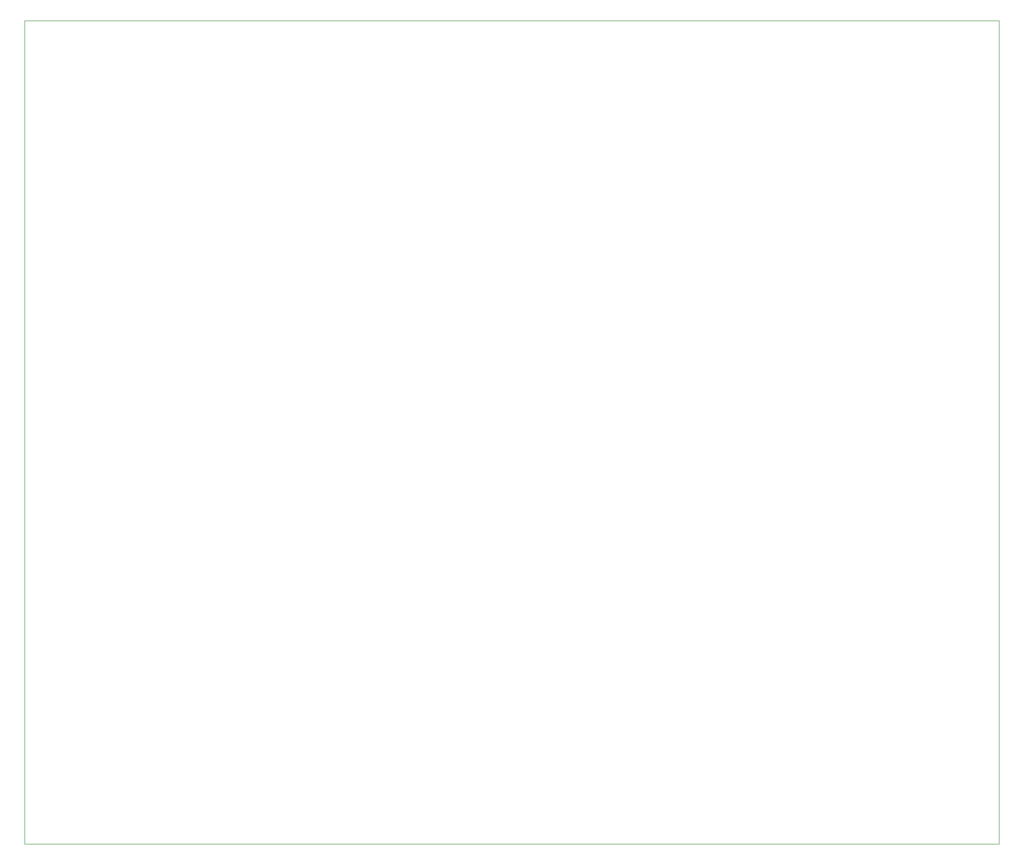
<source format=gbr>
%TF.GenerationSoftware,KiCad,Pcbnew,6.0.2+dfsg-1*%
%TF.CreationDate,2025-02-18T10:21:27-03:00*%
%TF.ProjectId,modulo_remoteapi_v1_1,6d6f6475-6c6f-45f7-9265-6d6f74656170,rev?*%
%TF.SameCoordinates,Original*%
%TF.FileFunction,Profile,NP*%
%FSLAX46Y46*%
G04 Gerber Fmt 4.6, Leading zero omitted, Abs format (unit mm)*
G04 Created by KiCad (PCBNEW 6.0.2+dfsg-1) date 2025-02-18 10:21:27*
%MOMM*%
%LPD*%
G01*
G04 APERTURE LIST*
%TA.AperFunction,Profile*%
%ADD10C,0.100000*%
%TD*%
G04 APERTURE END LIST*
D10*
X-156000000Y-160000000D02*
X-324000000Y-160000000D01*
X-324000000Y-160000000D02*
X-324000000Y-18000000D01*
X-324000000Y-18000000D02*
X-156000000Y-18000000D01*
X-156000000Y-18000000D02*
X-156000000Y-160000000D01*
M02*

</source>
